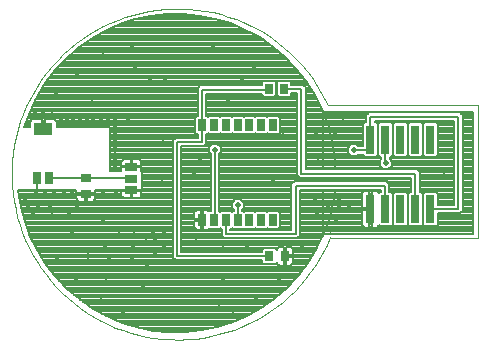
<source format=gtl>
G75*
G70*
%OFA0B0*%
%FSLAX24Y24*%
%IPPOS*%
%LPD*%
%AMOC8*
5,1,8,0,0,1.08239X$1,22.5*
%
%ADD10C,0.0010*%
%ADD11R,0.0394X0.0250*%
%ADD12R,0.0250X0.0394*%
%ADD13R,0.0276X0.0354*%
%ADD14R,0.0299X0.0945*%
%ADD15R,0.0256X0.0394*%
%ADD16R,0.0630X0.0394*%
%ADD17R,0.0354X0.0276*%
%ADD18C,0.0080*%
%ADD19C,0.0060*%
%ADD20C,0.0180*%
%ADD21C,0.0200*%
D10*
X010720Y003509D02*
X010611Y003263D01*
X010490Y003022D01*
X010357Y002788D01*
X010213Y002561D01*
X010059Y002341D01*
X009893Y002128D01*
X009718Y001924D01*
X009533Y001729D01*
X009338Y001543D01*
X009135Y001367D01*
X008924Y001201D01*
X008704Y001045D01*
X008477Y000901D01*
X008244Y000767D01*
X008004Y000645D01*
X007759Y000535D01*
X007508Y000437D01*
X007253Y000351D01*
X006994Y000278D01*
X006732Y000218D01*
X006467Y000170D01*
X006201Y000135D01*
X005932Y000114D01*
X005663Y000105D01*
X005394Y000110D01*
X005126Y000127D01*
X004859Y000158D01*
X004593Y000202D01*
X004330Y000259D01*
X004070Y000328D01*
X003814Y000410D01*
X003562Y000504D01*
X003315Y000611D01*
X003074Y000729D01*
X002838Y000859D01*
X002609Y001001D01*
X002388Y001153D01*
X002174Y001316D01*
X001968Y001489D01*
X001771Y001672D01*
X001583Y001865D01*
X001404Y002066D01*
X001236Y002276D01*
X001078Y002494D01*
X000931Y002719D01*
X000795Y002951D01*
X000670Y003190D01*
X000558Y003434D01*
X000457Y003683D01*
X000369Y003938D01*
X000293Y004196D01*
X000230Y004457D01*
X000179Y004721D01*
X000142Y004988D01*
X000117Y005256D01*
X000106Y005524D01*
X000108Y005793D01*
X000122Y006062D01*
X000150Y006330D01*
X000191Y006596D01*
X000245Y006859D01*
X000312Y007120D01*
X000391Y007377D01*
X000483Y007630D01*
X000587Y007878D01*
X000703Y008121D01*
X000830Y008358D01*
X000969Y008588D01*
X001119Y008811D01*
X001280Y009027D01*
X001451Y009235D01*
X001632Y009434D01*
X001823Y009624D01*
X002022Y009804D01*
X002230Y009975D01*
X002446Y010135D01*
X002670Y010284D01*
X002901Y010423D01*
X003138Y010550D01*
X003381Y010665D01*
X003629Y010768D01*
X003882Y010859D01*
X004140Y010938D01*
X004400Y011004D01*
X004664Y011057D01*
X004930Y011097D01*
X005198Y011125D01*
X005466Y011139D01*
X005735Y011140D01*
X006004Y011128D01*
X006272Y011103D01*
X006538Y011065D01*
X006802Y011013D01*
X007064Y010950D01*
X007322Y010873D01*
X007576Y010784D01*
X007825Y010683D01*
X008069Y010569D01*
X008307Y010444D01*
X008539Y010308D01*
X008764Y010160D01*
X008981Y010002D01*
X009190Y009833D01*
X009391Y009654D01*
X009583Y009465D01*
X009766Y009268D01*
X009939Y009062D01*
X010101Y008847D01*
X010253Y008625D01*
X010394Y008396D01*
X010523Y008160D01*
X010641Y007918D01*
X010637Y007919D02*
X015635Y007919D01*
X015635Y003506D01*
X010718Y003506D01*
D11*
X004089Y005079D03*
X004089Y005473D03*
X004089Y005866D03*
D12*
X006451Y007244D03*
X006845Y007244D03*
X007238Y007244D03*
X007632Y007244D03*
X008026Y007244D03*
X008419Y007244D03*
X008813Y007244D03*
X008813Y004095D03*
X008419Y004095D03*
X008026Y004095D03*
X007632Y004095D03*
X007238Y004095D03*
X006845Y004095D03*
X006451Y004095D03*
D13*
X008692Y002886D03*
X009203Y002886D03*
X009190Y008461D03*
X008679Y008461D03*
D14*
X012062Y006772D03*
X012562Y006772D03*
X013062Y006772D03*
X013562Y006772D03*
X014062Y006772D03*
X014062Y004449D03*
X013562Y004449D03*
X013062Y004449D03*
X012562Y004449D03*
X012062Y004449D03*
D15*
X001333Y005474D03*
X000939Y005474D03*
D16*
X001156Y007116D03*
D17*
X002572Y005479D03*
X002572Y004967D03*
D18*
X002093Y001674D02*
X009091Y001674D01*
X009001Y001596D02*
X002185Y001596D01*
X002277Y001517D02*
X008910Y001517D01*
X008865Y001478D02*
X008426Y001168D01*
X007957Y000905D01*
X007464Y000690D01*
X006952Y000526D01*
X006426Y000414D01*
X005891Y000357D01*
X005353Y000354D01*
X004818Y000405D01*
X004291Y000510D01*
X003777Y000669D01*
X003281Y000878D01*
X002810Y001137D01*
X002367Y001441D01*
X001957Y001790D01*
X001584Y002177D01*
X001253Y002601D01*
X000966Y003056D01*
X000727Y003538D01*
X000538Y004041D01*
X000401Y004561D01*
X000317Y005092D01*
X002254Y005092D01*
X002254Y004996D01*
X002543Y004996D01*
X002543Y004939D01*
X002254Y004939D01*
X002254Y004811D01*
X002264Y004776D01*
X002282Y004744D01*
X002308Y004718D01*
X002340Y004699D01*
X002376Y004690D01*
X002543Y004690D01*
X002543Y004938D01*
X002600Y004938D01*
X002600Y004690D01*
X002767Y004690D01*
X002803Y004699D01*
X002835Y004718D01*
X002861Y004744D01*
X002879Y004776D01*
X002889Y004811D01*
X002889Y004939D01*
X002600Y004939D01*
X002600Y004996D01*
X002889Y004996D01*
X002889Y005092D01*
X004066Y005092D01*
X004066Y005057D01*
X003752Y005057D01*
X003752Y004936D01*
X003761Y004900D01*
X003780Y004868D01*
X003806Y004842D01*
X003838Y004824D01*
X003873Y004814D01*
X004066Y004814D01*
X004066Y005057D01*
X004111Y005057D01*
X004111Y005092D01*
X004431Y005092D01*
X004431Y005719D01*
X004424Y005719D01*
X004425Y005723D01*
X004425Y005844D01*
X004111Y005844D01*
X004111Y005889D01*
X004066Y005889D01*
X004066Y005844D01*
X003752Y005844D01*
X003752Y005723D01*
X003753Y005719D01*
X003383Y005719D01*
X003383Y007198D01*
X001611Y007198D01*
X001611Y007331D01*
X001601Y007367D01*
X001583Y007399D01*
X001557Y007425D01*
X001525Y007443D01*
X001489Y007453D01*
X001196Y007453D01*
X001196Y007198D01*
X001116Y007198D01*
X001116Y007453D01*
X000822Y007453D01*
X000787Y007443D01*
X000755Y007425D01*
X000729Y007399D01*
X000710Y007367D01*
X000701Y007331D01*
X000701Y007198D01*
X000517Y007198D01*
X000699Y007704D01*
X000932Y008189D01*
X001212Y008648D01*
X001538Y009076D01*
X001905Y009469D01*
X002310Y009822D01*
X002749Y010133D01*
X003217Y010398D01*
X003710Y010614D01*
X004222Y010779D01*
X004748Y010892D01*
X005282Y010950D01*
X005820Y010954D01*
X006355Y010904D01*
X006883Y010800D01*
X007397Y010643D01*
X007893Y010434D01*
X008365Y010177D01*
X008809Y009873D01*
X009219Y009526D01*
X009593Y009139D01*
X009925Y008716D01*
X010213Y008261D01*
X010453Y007780D01*
X010643Y007277D01*
X010782Y006757D01*
X010867Y006226D01*
X010893Y005777D01*
X009901Y005777D01*
X009901Y008519D01*
X009819Y008601D01*
X009428Y008601D01*
X009428Y008680D01*
X009370Y008738D01*
X009011Y008738D01*
X008953Y008680D01*
X008953Y008243D01*
X009011Y008184D01*
X009370Y008184D01*
X009428Y008243D01*
X009428Y008321D01*
X009621Y008321D01*
X009621Y005579D01*
X009703Y005497D01*
X010889Y005497D01*
X010884Y005375D01*
X009510Y005375D01*
X009428Y005293D01*
X009428Y003769D01*
X007378Y003769D01*
X007378Y003798D01*
X007405Y003798D01*
X007435Y003828D01*
X007465Y003798D01*
X007798Y003798D01*
X007829Y003828D01*
X007859Y003798D01*
X008192Y003798D01*
X008222Y003828D01*
X008253Y003798D01*
X008586Y003798D01*
X008616Y003828D01*
X008647Y003798D01*
X008979Y003798D01*
X009038Y003857D01*
X009038Y004333D01*
X008979Y004392D01*
X008647Y004392D01*
X008616Y004361D01*
X008586Y004392D01*
X008253Y004392D01*
X008222Y004361D01*
X008192Y004392D01*
X007859Y004392D01*
X007829Y004361D01*
X007798Y004392D01*
X007776Y004392D01*
X007776Y004438D01*
X007836Y004498D01*
X007836Y004664D01*
X007718Y004781D01*
X007553Y004781D01*
X007436Y004664D01*
X007436Y004498D01*
X007496Y004438D01*
X007496Y004392D01*
X007465Y004392D01*
X007435Y004361D01*
X007405Y004392D01*
X007072Y004392D01*
X007041Y004361D01*
X007013Y004390D01*
X007013Y006283D01*
X007073Y006343D01*
X007073Y006509D01*
X006955Y006626D01*
X006790Y006626D01*
X006673Y006509D01*
X006673Y006343D01*
X006733Y006283D01*
X006733Y004392D01*
X006678Y004392D01*
X006676Y004390D01*
X006662Y004404D01*
X006630Y004422D01*
X006594Y004432D01*
X006473Y004432D01*
X006473Y004117D01*
X006428Y004117D01*
X006428Y004072D01*
X006473Y004072D01*
X006473Y003758D01*
X006594Y003758D01*
X006630Y003768D01*
X006662Y003786D01*
X006676Y003800D01*
X006678Y003798D01*
X007011Y003798D01*
X007041Y003828D01*
X007072Y003798D01*
X007098Y003798D01*
X007098Y003571D01*
X007180Y003489D01*
X009626Y003489D01*
X009708Y003571D01*
X009708Y005095D01*
X010866Y005095D01*
X010796Y004620D01*
X010665Y004099D01*
X010481Y003593D01*
X010247Y003109D01*
X009966Y002651D01*
X009639Y002223D01*
X009271Y001831D01*
X008865Y001478D01*
X008809Y001439D02*
X002371Y001439D01*
X002485Y001360D02*
X008698Y001360D01*
X008587Y001282D02*
X002599Y001282D01*
X002713Y001203D02*
X008475Y001203D01*
X008348Y001125D02*
X002831Y001125D01*
X002974Y001046D02*
X008209Y001046D01*
X008070Y000968D02*
X003118Y000968D01*
X003261Y000889D02*
X007922Y000889D01*
X007742Y000811D02*
X003440Y000811D01*
X003626Y000732D02*
X007562Y000732D01*
X007353Y000654D02*
X003825Y000654D01*
X004080Y000575D02*
X007107Y000575D01*
X006816Y000497D02*
X004359Y000497D01*
X004752Y000418D02*
X006445Y000418D01*
X009181Y001753D02*
X002000Y001753D01*
X001917Y001831D02*
X009271Y001831D01*
X009345Y001910D02*
X001841Y001910D01*
X001766Y001988D02*
X009419Y001988D01*
X009493Y002067D02*
X001691Y002067D01*
X001615Y002145D02*
X009566Y002145D01*
X009640Y002224D02*
X001548Y002224D01*
X001487Y002302D02*
X009700Y002302D01*
X009760Y002381D02*
X001425Y002381D01*
X001364Y002459D02*
X009820Y002459D01*
X009880Y002538D02*
X001303Y002538D01*
X001243Y002616D02*
X008505Y002616D01*
X008512Y002609D02*
X008871Y002609D01*
X008929Y002668D01*
X008929Y002677D01*
X008935Y002655D01*
X008954Y002623D01*
X008980Y002597D01*
X009012Y002579D01*
X009047Y002569D01*
X009175Y002569D01*
X009175Y002857D01*
X009232Y002857D01*
X009232Y002569D01*
X009360Y002569D01*
X009395Y002579D01*
X009427Y002597D01*
X009453Y002623D01*
X009472Y002655D01*
X009481Y002691D01*
X009481Y002857D01*
X009232Y002857D01*
X009232Y002915D01*
X009175Y002915D01*
X009175Y003203D01*
X009047Y003203D01*
X009012Y003194D01*
X008980Y003176D01*
X008954Y003149D01*
X008935Y003118D01*
X008929Y003096D01*
X008929Y003105D01*
X008871Y003163D01*
X008512Y003163D01*
X008454Y003105D01*
X008454Y003026D01*
X005762Y003026D01*
X005762Y006552D01*
X006509Y006552D01*
X006591Y006634D01*
X006591Y006948D01*
X006617Y006948D01*
X006648Y006978D01*
X006678Y006948D01*
X007011Y006948D01*
X007041Y006978D01*
X007072Y006948D01*
X007405Y006948D01*
X007435Y006978D01*
X007465Y006948D01*
X007798Y006948D01*
X007829Y006978D01*
X007859Y006948D01*
X008192Y006948D01*
X008222Y006978D01*
X008253Y006948D01*
X008586Y006948D01*
X008616Y006978D01*
X008647Y006948D01*
X008979Y006948D01*
X009038Y007006D01*
X009038Y007483D01*
X008979Y007541D01*
X008647Y007541D01*
X008616Y007511D01*
X008586Y007541D01*
X008253Y007541D01*
X008222Y007511D01*
X008192Y007541D01*
X007859Y007541D01*
X007829Y007511D01*
X007798Y007541D01*
X007465Y007541D01*
X007435Y007511D01*
X007405Y007541D01*
X007072Y007541D01*
X007041Y007511D01*
X007011Y007541D01*
X006678Y007541D01*
X006648Y007511D01*
X006617Y007541D01*
X006590Y007541D01*
X006590Y008298D01*
X008441Y008298D01*
X008441Y008243D01*
X008499Y008184D01*
X008858Y008184D01*
X008916Y008243D01*
X008916Y008680D01*
X008858Y008738D01*
X008499Y008738D01*
X008441Y008680D01*
X008441Y008578D01*
X006392Y008578D01*
X006310Y008496D01*
X006310Y007541D01*
X006284Y007541D01*
X006226Y007483D01*
X006226Y007006D01*
X006284Y006948D01*
X006311Y006948D01*
X006311Y006832D01*
X005564Y006832D01*
X005482Y006750D01*
X005482Y002828D01*
X005564Y002746D01*
X008454Y002746D01*
X008454Y002668D01*
X008512Y002609D01*
X008454Y002695D02*
X001194Y002695D01*
X001144Y002773D02*
X005537Y002773D01*
X005482Y002852D02*
X001095Y002852D01*
X001046Y002930D02*
X005482Y002930D01*
X005482Y003009D02*
X000996Y003009D01*
X000951Y003087D02*
X005482Y003087D01*
X005482Y003166D02*
X000912Y003166D01*
X000873Y003244D02*
X005482Y003244D01*
X005482Y003323D02*
X000834Y003323D01*
X000795Y003401D02*
X005482Y003401D01*
X005482Y003480D02*
X000756Y003480D01*
X000719Y003558D02*
X005482Y003558D01*
X005482Y003637D02*
X000690Y003637D01*
X000660Y003715D02*
X005482Y003715D01*
X005482Y003794D02*
X000631Y003794D01*
X000601Y003872D02*
X005482Y003872D01*
X005482Y003951D02*
X000572Y003951D01*
X000542Y004029D02*
X005482Y004029D01*
X005482Y004108D02*
X000520Y004108D01*
X000499Y004186D02*
X005482Y004186D01*
X005482Y004265D02*
X000479Y004265D01*
X000458Y004343D02*
X005482Y004343D01*
X005482Y004422D02*
X000437Y004422D01*
X000417Y004500D02*
X005482Y004500D01*
X005482Y004579D02*
X000398Y004579D01*
X000385Y004657D02*
X005482Y004657D01*
X005482Y004736D02*
X002853Y004736D01*
X002889Y004814D02*
X003872Y004814D01*
X003765Y004893D02*
X002889Y004893D01*
X002889Y005050D02*
X003752Y005050D01*
X003752Y004971D02*
X002600Y004971D01*
X002543Y004971D02*
X000336Y004971D01*
X000348Y004893D02*
X002254Y004893D01*
X002254Y004814D02*
X000361Y004814D01*
X000373Y004736D02*
X002290Y004736D01*
X002543Y004736D02*
X002600Y004736D01*
X002600Y004814D02*
X002543Y004814D01*
X002543Y004893D02*
X002600Y004893D01*
X002254Y005050D02*
X000323Y005050D01*
X001333Y005474D02*
X002614Y005474D01*
X004089Y005474D01*
X004089Y005473D01*
X004431Y005442D02*
X005482Y005442D01*
X005482Y005364D02*
X004431Y005364D01*
X004431Y005285D02*
X005482Y005285D01*
X005482Y005207D02*
X004431Y005207D01*
X004431Y005128D02*
X005482Y005128D01*
X005482Y005050D02*
X004425Y005050D01*
X004425Y005057D02*
X004111Y005057D01*
X004111Y004814D01*
X004304Y004814D01*
X004339Y004824D01*
X004371Y004842D01*
X004397Y004868D01*
X004416Y004900D01*
X004425Y004936D01*
X004425Y005057D01*
X004425Y004971D02*
X005482Y004971D01*
X005482Y004893D02*
X004412Y004893D01*
X004305Y004814D02*
X005482Y004814D01*
X005762Y004814D02*
X006733Y004814D01*
X006733Y004736D02*
X005762Y004736D01*
X005762Y004657D02*
X006733Y004657D01*
X006733Y004579D02*
X005762Y004579D01*
X005762Y004500D02*
X006733Y004500D01*
X006733Y004422D02*
X006630Y004422D01*
X006473Y004422D02*
X006428Y004422D01*
X006428Y004432D02*
X006307Y004432D01*
X006272Y004422D01*
X006240Y004404D01*
X006214Y004378D01*
X006195Y004346D01*
X006186Y004310D01*
X006186Y004117D01*
X006428Y004117D01*
X006428Y004432D01*
X006428Y004343D02*
X006473Y004343D01*
X006473Y004265D02*
X006428Y004265D01*
X006428Y004186D02*
X006473Y004186D01*
X006428Y004108D02*
X005762Y004108D01*
X005762Y004186D02*
X006186Y004186D01*
X006186Y004265D02*
X005762Y004265D01*
X005762Y004343D02*
X006195Y004343D01*
X006271Y004422D02*
X005762Y004422D01*
X006186Y004072D02*
X006186Y003880D01*
X006195Y003844D01*
X006214Y003812D01*
X006240Y003786D01*
X006272Y003768D01*
X006307Y003758D01*
X006428Y003758D01*
X006428Y004072D01*
X006186Y004072D01*
X006186Y004029D02*
X005762Y004029D01*
X005762Y003951D02*
X006186Y003951D01*
X006188Y003872D02*
X005762Y003872D01*
X005762Y003794D02*
X006232Y003794D01*
X006428Y003794D02*
X006473Y003794D01*
X006473Y003872D02*
X006428Y003872D01*
X006428Y003951D02*
X006473Y003951D01*
X006473Y004029D02*
X006428Y004029D01*
X006670Y003794D02*
X007098Y003794D01*
X007098Y003715D02*
X005762Y003715D01*
X005762Y003637D02*
X007098Y003637D01*
X007111Y003558D02*
X005762Y003558D01*
X005762Y003480D02*
X010426Y003480D01*
X010389Y003401D02*
X005762Y003401D01*
X005762Y003323D02*
X010351Y003323D01*
X010313Y003244D02*
X005762Y003244D01*
X005762Y003166D02*
X008970Y003166D01*
X009175Y003166D02*
X009232Y003166D01*
X009232Y003203D02*
X009232Y002915D01*
X009481Y002915D01*
X009481Y003082D01*
X009472Y003118D01*
X009453Y003149D01*
X009427Y003176D01*
X009395Y003194D01*
X009360Y003203D01*
X009232Y003203D01*
X009232Y003087D02*
X009175Y003087D01*
X009175Y003009D02*
X009232Y003009D01*
X009232Y002930D02*
X009175Y002930D01*
X009175Y002852D02*
X009232Y002852D01*
X009232Y002773D02*
X009175Y002773D01*
X009175Y002695D02*
X009232Y002695D01*
X009232Y002616D02*
X009175Y002616D01*
X008961Y002616D02*
X008878Y002616D01*
X008692Y002886D02*
X005622Y002886D01*
X005622Y006692D01*
X006451Y006692D01*
X006451Y007244D01*
X006450Y007244D01*
X006450Y008438D01*
X008679Y008438D01*
X008679Y008461D01*
X008916Y008425D02*
X008953Y008425D01*
X008953Y008347D02*
X008916Y008347D01*
X008916Y008268D02*
X008953Y008268D01*
X009006Y008190D02*
X008864Y008190D01*
X008916Y008504D02*
X008953Y008504D01*
X008953Y008582D02*
X008916Y008582D01*
X008916Y008661D02*
X008953Y008661D01*
X009190Y008461D02*
X009761Y008461D01*
X009761Y005637D01*
X013562Y005637D01*
X013562Y004449D01*
X013812Y004422D02*
X013812Y004422D01*
X013812Y004500D02*
X013812Y004500D01*
X013812Y004579D02*
X013812Y004579D01*
X013812Y004657D02*
X013812Y004657D01*
X013812Y004736D02*
X013812Y004736D01*
X013812Y004814D02*
X013812Y004814D01*
X013812Y004893D02*
X013812Y004893D01*
X013812Y004963D02*
X013812Y003935D01*
X013871Y003877D01*
X014253Y003877D01*
X014312Y003935D01*
X014312Y004309D01*
X015050Y004309D01*
X015132Y004391D01*
X015132Y007596D01*
X015050Y007678D01*
X012004Y007678D01*
X011922Y007596D01*
X011922Y007345D01*
X011871Y007345D01*
X011812Y007286D01*
X011812Y006547D01*
X011644Y006547D01*
X011584Y006607D01*
X011419Y006607D01*
X011302Y006490D01*
X011302Y006324D01*
X011419Y006207D01*
X011584Y006207D01*
X011644Y006267D01*
X011812Y006267D01*
X011812Y006258D01*
X011871Y006200D01*
X012253Y006200D01*
X012312Y006258D01*
X012371Y006200D01*
X012422Y006200D01*
X012422Y006123D01*
X012363Y006064D01*
X012363Y005898D01*
X012480Y005781D01*
X012645Y005781D01*
X012763Y005898D01*
X012763Y006064D01*
X012702Y006125D01*
X012702Y006200D01*
X012753Y006200D01*
X012812Y006258D01*
X012871Y006200D01*
X013253Y006200D01*
X013312Y006258D01*
X013371Y006200D01*
X013753Y006200D01*
X013812Y006258D01*
X013871Y006200D01*
X014253Y006200D01*
X014312Y006258D01*
X014312Y007286D01*
X014253Y007345D01*
X013871Y007345D01*
X013812Y007286D01*
X013812Y006258D01*
X013812Y007286D01*
X013753Y007345D01*
X013371Y007345D01*
X013312Y007286D01*
X013312Y006258D01*
X013312Y007286D01*
X013253Y007345D01*
X012871Y007345D01*
X012812Y007286D01*
X012812Y006258D01*
X012812Y007286D01*
X012753Y007345D01*
X012371Y007345D01*
X012312Y007286D01*
X012312Y006258D01*
X012312Y007286D01*
X012253Y007345D01*
X012202Y007345D01*
X012202Y007398D01*
X014852Y007398D01*
X014852Y004589D01*
X014312Y004589D01*
X014312Y004963D01*
X014253Y005022D01*
X013871Y005022D01*
X013812Y004963D01*
X013753Y005022D01*
X013702Y005022D01*
X013702Y005695D01*
X013620Y005777D01*
X010494Y005777D01*
X010494Y007704D01*
X015481Y007704D01*
X015481Y003631D01*
X010749Y003631D01*
X010719Y003644D01*
X010690Y003631D01*
X010666Y003631D01*
X010494Y003631D01*
X010494Y005095D01*
X012402Y005095D01*
X012402Y005022D01*
X012371Y005022D01*
X012336Y004987D01*
X012324Y005008D01*
X012298Y005034D01*
X012266Y005052D01*
X012230Y005062D01*
X012097Y005062D01*
X012097Y004484D01*
X012027Y004484D01*
X012027Y004415D01*
X011772Y004415D01*
X011772Y003958D01*
X011782Y003923D01*
X011800Y003891D01*
X011826Y003865D01*
X011858Y003846D01*
X011894Y003837D01*
X012027Y003837D01*
X012027Y004415D01*
X012097Y004415D01*
X012097Y003837D01*
X012230Y003837D01*
X012266Y003846D01*
X012298Y003865D01*
X012324Y003891D01*
X012336Y003912D01*
X012371Y003877D01*
X012753Y003877D01*
X012812Y003935D01*
X012871Y003877D01*
X013253Y003877D01*
X013312Y003935D01*
X013371Y003877D01*
X013753Y003877D01*
X013812Y003935D01*
X013812Y004963D01*
X013820Y004971D02*
X013803Y004971D01*
X013702Y005050D02*
X014852Y005050D01*
X014852Y005128D02*
X013702Y005128D01*
X013702Y005207D02*
X014852Y005207D01*
X014852Y005285D02*
X013702Y005285D01*
X013702Y005364D02*
X014852Y005364D01*
X014852Y005442D02*
X013702Y005442D01*
X013702Y005521D02*
X014852Y005521D01*
X014852Y005599D02*
X013702Y005599D01*
X013702Y005678D02*
X014852Y005678D01*
X014852Y005756D02*
X013641Y005756D01*
X013422Y005497D02*
X013422Y005022D01*
X013371Y005022D01*
X013312Y004963D01*
X013312Y003935D01*
X013312Y004963D01*
X013253Y005022D01*
X012871Y005022D01*
X012812Y004963D01*
X012812Y003935D01*
X012812Y004963D01*
X012753Y005022D01*
X012682Y005022D01*
X012682Y005293D01*
X012600Y005375D01*
X010494Y005375D01*
X010494Y005497D01*
X013422Y005497D01*
X013422Y005442D02*
X010494Y005442D01*
X010887Y005442D02*
X007013Y005442D01*
X007013Y005364D02*
X009498Y005364D01*
X009428Y005285D02*
X007013Y005285D01*
X007013Y005207D02*
X009428Y005207D01*
X009428Y005128D02*
X007013Y005128D01*
X007013Y005050D02*
X009428Y005050D01*
X009428Y004971D02*
X007013Y004971D01*
X007013Y004893D02*
X009428Y004893D01*
X009428Y004814D02*
X007013Y004814D01*
X007013Y004736D02*
X007507Y004736D01*
X007436Y004657D02*
X007013Y004657D01*
X007013Y004579D02*
X007436Y004579D01*
X007436Y004500D02*
X007013Y004500D01*
X007013Y004422D02*
X007496Y004422D01*
X007636Y004581D02*
X007636Y004095D01*
X007632Y004095D01*
X007776Y004422D02*
X009428Y004422D01*
X009428Y004500D02*
X007836Y004500D01*
X007836Y004579D02*
X009428Y004579D01*
X009428Y004657D02*
X007836Y004657D01*
X007764Y004736D02*
X009428Y004736D01*
X009708Y004736D02*
X010813Y004736D01*
X010824Y004814D02*
X009708Y004814D01*
X009708Y004893D02*
X010836Y004893D01*
X010847Y004971D02*
X009708Y004971D01*
X009708Y005050D02*
X010859Y005050D01*
X010494Y005050D02*
X011854Y005050D01*
X011858Y005052D02*
X011826Y005034D01*
X011800Y005008D01*
X011782Y004976D01*
X011772Y004940D01*
X011772Y004484D01*
X012027Y004484D01*
X012027Y005062D01*
X011894Y005062D01*
X011858Y005052D01*
X011781Y004971D02*
X010494Y004971D01*
X010494Y004893D02*
X011772Y004893D01*
X011772Y004814D02*
X010494Y004814D01*
X010494Y004736D02*
X011772Y004736D01*
X011772Y004657D02*
X010494Y004657D01*
X010494Y004579D02*
X011772Y004579D01*
X011772Y004500D02*
X010494Y004500D01*
X010494Y004422D02*
X012027Y004422D01*
X012027Y004500D02*
X012097Y004500D01*
X012097Y004579D02*
X012027Y004579D01*
X012027Y004657D02*
X012097Y004657D01*
X012097Y004736D02*
X012027Y004736D01*
X012027Y004814D02*
X012097Y004814D01*
X012097Y004893D02*
X012027Y004893D01*
X012027Y004971D02*
X012097Y004971D01*
X012097Y005050D02*
X012027Y005050D01*
X012270Y005050D02*
X012402Y005050D01*
X012542Y005235D02*
X009568Y005235D01*
X009568Y003629D01*
X007238Y003629D01*
X007238Y004095D01*
X006873Y004095D02*
X006873Y006426D01*
X007035Y006306D02*
X009621Y006306D01*
X009621Y006384D02*
X007073Y006384D01*
X007073Y006463D02*
X009621Y006463D01*
X009621Y006541D02*
X007040Y006541D01*
X006962Y006620D02*
X009621Y006620D01*
X009621Y006698D02*
X006591Y006698D01*
X006591Y006777D02*
X009621Y006777D01*
X009621Y006855D02*
X006591Y006855D01*
X006591Y006934D02*
X009621Y006934D01*
X009621Y007012D02*
X009038Y007012D01*
X009038Y007091D02*
X009621Y007091D01*
X009621Y007169D02*
X009038Y007169D01*
X009038Y007248D02*
X009621Y007248D01*
X009621Y007326D02*
X009038Y007326D01*
X009038Y007405D02*
X009621Y007405D01*
X009621Y007483D02*
X009037Y007483D01*
X009621Y007562D02*
X006590Y007562D01*
X006590Y007640D02*
X009621Y007640D01*
X009621Y007719D02*
X006590Y007719D01*
X006590Y007797D02*
X009621Y007797D01*
X009621Y007876D02*
X006590Y007876D01*
X006590Y007954D02*
X009621Y007954D01*
X009621Y008033D02*
X006590Y008033D01*
X006590Y008111D02*
X009621Y008111D01*
X009621Y008190D02*
X009375Y008190D01*
X009428Y008268D02*
X009621Y008268D01*
X009901Y008268D02*
X010208Y008268D01*
X010248Y008190D02*
X009901Y008190D01*
X009901Y008111D02*
X010288Y008111D01*
X010327Y008033D02*
X009901Y008033D01*
X009901Y007954D02*
X010366Y007954D01*
X010405Y007876D02*
X009901Y007876D01*
X009901Y007797D02*
X010444Y007797D01*
X010476Y007719D02*
X009901Y007719D01*
X009901Y007640D02*
X010506Y007640D01*
X010494Y007640D02*
X011966Y007640D01*
X011922Y007562D02*
X010494Y007562D01*
X010536Y007562D02*
X009901Y007562D01*
X009901Y007483D02*
X010565Y007483D01*
X010494Y007483D02*
X011922Y007483D01*
X011922Y007405D02*
X010494Y007405D01*
X010494Y007326D02*
X011853Y007326D01*
X011812Y007248D02*
X010494Y007248D01*
X010494Y007169D02*
X011812Y007169D01*
X011812Y007091D02*
X010494Y007091D01*
X010494Y007012D02*
X011812Y007012D01*
X011812Y006934D02*
X010494Y006934D01*
X010494Y006855D02*
X011812Y006855D01*
X011812Y006777D02*
X010494Y006777D01*
X010494Y006698D02*
X011812Y006698D01*
X011812Y006620D02*
X010494Y006620D01*
X010494Y006541D02*
X011353Y006541D01*
X011302Y006463D02*
X010494Y006463D01*
X010494Y006384D02*
X011302Y006384D01*
X011320Y006306D02*
X010494Y006306D01*
X010494Y006227D02*
X011399Y006227D01*
X011604Y006227D02*
X011843Y006227D01*
X012062Y006407D02*
X012062Y006772D01*
X012062Y007538D01*
X014992Y007538D01*
X014992Y004449D01*
X014062Y004449D01*
X013812Y004343D02*
X013812Y004343D01*
X013812Y004265D02*
X013812Y004265D01*
X013812Y004186D02*
X013812Y004186D01*
X013812Y004108D02*
X013812Y004108D01*
X013812Y004029D02*
X013812Y004029D01*
X013812Y003951D02*
X013812Y003951D01*
X014312Y003951D02*
X015481Y003951D01*
X015481Y004029D02*
X014312Y004029D01*
X014312Y004108D02*
X015481Y004108D01*
X015481Y004186D02*
X014312Y004186D01*
X014312Y004265D02*
X015481Y004265D01*
X015481Y004343D02*
X015084Y004343D01*
X015132Y004422D02*
X015481Y004422D01*
X015481Y004500D02*
X015132Y004500D01*
X015132Y004579D02*
X015481Y004579D01*
X015481Y004657D02*
X015132Y004657D01*
X015132Y004736D02*
X015481Y004736D01*
X015481Y004814D02*
X015132Y004814D01*
X015132Y004893D02*
X015481Y004893D01*
X015481Y004971D02*
X015132Y004971D01*
X015132Y005050D02*
X015481Y005050D01*
X015481Y005128D02*
X015132Y005128D01*
X015132Y005207D02*
X015481Y005207D01*
X015481Y005285D02*
X015132Y005285D01*
X015132Y005364D02*
X015481Y005364D01*
X015481Y005442D02*
X015132Y005442D01*
X015132Y005521D02*
X015481Y005521D01*
X015481Y005599D02*
X015132Y005599D01*
X015132Y005678D02*
X015481Y005678D01*
X015481Y005756D02*
X015132Y005756D01*
X015132Y005835D02*
X015481Y005835D01*
X015481Y005913D02*
X015132Y005913D01*
X015132Y005992D02*
X015481Y005992D01*
X015481Y006070D02*
X015132Y006070D01*
X015132Y006149D02*
X015481Y006149D01*
X015481Y006227D02*
X015132Y006227D01*
X015132Y006306D02*
X015481Y006306D01*
X015481Y006384D02*
X015132Y006384D01*
X015132Y006463D02*
X015481Y006463D01*
X015481Y006541D02*
X015132Y006541D01*
X015132Y006620D02*
X015481Y006620D01*
X015481Y006698D02*
X015132Y006698D01*
X015132Y006777D02*
X015481Y006777D01*
X015481Y006855D02*
X015132Y006855D01*
X015132Y006934D02*
X015481Y006934D01*
X015481Y007012D02*
X015132Y007012D01*
X015132Y007091D02*
X015481Y007091D01*
X015481Y007169D02*
X015132Y007169D01*
X015132Y007248D02*
X015481Y007248D01*
X015481Y007326D02*
X015132Y007326D01*
X015132Y007405D02*
X015481Y007405D01*
X015481Y007483D02*
X015132Y007483D01*
X015132Y007562D02*
X015481Y007562D01*
X015481Y007640D02*
X015088Y007640D01*
X014852Y007326D02*
X014271Y007326D01*
X014312Y007248D02*
X014852Y007248D01*
X014852Y007169D02*
X014312Y007169D01*
X014312Y007091D02*
X014852Y007091D01*
X014852Y007012D02*
X014312Y007012D01*
X014312Y006934D02*
X014852Y006934D01*
X014852Y006855D02*
X014312Y006855D01*
X014312Y006777D02*
X014852Y006777D01*
X014852Y006698D02*
X014312Y006698D01*
X014312Y006620D02*
X014852Y006620D01*
X014852Y006541D02*
X014312Y006541D01*
X014312Y006463D02*
X014852Y006463D01*
X014852Y006384D02*
X014312Y006384D01*
X014312Y006306D02*
X014852Y006306D01*
X014852Y006227D02*
X014281Y006227D01*
X013843Y006227D02*
X013781Y006227D01*
X013812Y006306D02*
X013812Y006306D01*
X013812Y006384D02*
X013812Y006384D01*
X013812Y006463D02*
X013812Y006463D01*
X013812Y006541D02*
X013812Y006541D01*
X013812Y006620D02*
X013812Y006620D01*
X013812Y006698D02*
X013812Y006698D01*
X013812Y006777D02*
X013812Y006777D01*
X013812Y006855D02*
X013812Y006855D01*
X013812Y006934D02*
X013812Y006934D01*
X013812Y007012D02*
X013812Y007012D01*
X013812Y007091D02*
X013812Y007091D01*
X013812Y007169D02*
X013812Y007169D01*
X013812Y007248D02*
X013812Y007248D01*
X013771Y007326D02*
X013853Y007326D01*
X013353Y007326D02*
X013271Y007326D01*
X013312Y007248D02*
X013312Y007248D01*
X013312Y007169D02*
X013312Y007169D01*
X013312Y007091D02*
X013312Y007091D01*
X013312Y007012D02*
X013312Y007012D01*
X013312Y006934D02*
X013312Y006934D01*
X013312Y006855D02*
X013312Y006855D01*
X013312Y006777D02*
X013312Y006777D01*
X013312Y006698D02*
X013312Y006698D01*
X013312Y006620D02*
X013312Y006620D01*
X013312Y006541D02*
X013312Y006541D01*
X013312Y006463D02*
X013312Y006463D01*
X013312Y006384D02*
X013312Y006384D01*
X013312Y006306D02*
X013312Y006306D01*
X013281Y006227D02*
X013343Y006227D01*
X012843Y006227D02*
X012781Y006227D01*
X012812Y006306D02*
X012812Y006306D01*
X012812Y006384D02*
X012812Y006384D01*
X012812Y006463D02*
X012812Y006463D01*
X012812Y006541D02*
X012812Y006541D01*
X012812Y006620D02*
X012812Y006620D01*
X012812Y006698D02*
X012812Y006698D01*
X012812Y006777D02*
X012812Y006777D01*
X012812Y006855D02*
X012812Y006855D01*
X012812Y006934D02*
X012812Y006934D01*
X012812Y007012D02*
X012812Y007012D01*
X012812Y007091D02*
X012812Y007091D01*
X012812Y007169D02*
X012812Y007169D01*
X012812Y007248D02*
X012812Y007248D01*
X012771Y007326D02*
X012853Y007326D01*
X012353Y007326D02*
X012271Y007326D01*
X012312Y007248D02*
X012312Y007248D01*
X012312Y007169D02*
X012312Y007169D01*
X012312Y007091D02*
X012312Y007091D01*
X012312Y007012D02*
X012312Y007012D01*
X012312Y006934D02*
X012312Y006934D01*
X012312Y006855D02*
X012312Y006855D01*
X012312Y006777D02*
X012312Y006777D01*
X012312Y006698D02*
X012312Y006698D01*
X012312Y006620D02*
X012312Y006620D01*
X012312Y006541D02*
X012312Y006541D01*
X012312Y006463D02*
X012312Y006463D01*
X012312Y006384D02*
X012312Y006384D01*
X012312Y006306D02*
X012312Y006306D01*
X012281Y006227D02*
X012343Y006227D01*
X012422Y006149D02*
X010494Y006149D01*
X010494Y006070D02*
X012369Y006070D01*
X012363Y005992D02*
X010494Y005992D01*
X010494Y005913D02*
X012363Y005913D01*
X012426Y005835D02*
X010494Y005835D01*
X010889Y005835D02*
X009901Y005835D01*
X009901Y005913D02*
X010885Y005913D01*
X010880Y005992D02*
X009901Y005992D01*
X009901Y006070D02*
X010876Y006070D01*
X010871Y006149D02*
X009901Y006149D01*
X009901Y006227D02*
X010867Y006227D01*
X010854Y006306D02*
X009901Y006306D01*
X009901Y006384D02*
X010841Y006384D01*
X010829Y006463D02*
X009901Y006463D01*
X009901Y006541D02*
X010816Y006541D01*
X010804Y006620D02*
X009901Y006620D01*
X009901Y006698D02*
X010791Y006698D01*
X010776Y006777D02*
X009901Y006777D01*
X009901Y006855D02*
X010756Y006855D01*
X010735Y006934D02*
X009901Y006934D01*
X009901Y007012D02*
X010714Y007012D01*
X010693Y007091D02*
X009901Y007091D01*
X009901Y007169D02*
X010672Y007169D01*
X010651Y007248D02*
X009901Y007248D01*
X009901Y007326D02*
X010625Y007326D01*
X010595Y007405D02*
X009901Y007405D01*
X009901Y008347D02*
X010159Y008347D01*
X010109Y008425D02*
X009901Y008425D01*
X009901Y008504D02*
X010059Y008504D01*
X010009Y008582D02*
X009838Y008582D01*
X009960Y008661D02*
X009428Y008661D01*
X009721Y008975D02*
X001461Y008975D01*
X001521Y009053D02*
X009660Y009053D01*
X009598Y009132D02*
X001590Y009132D01*
X001664Y009210D02*
X009524Y009210D01*
X009448Y009289D02*
X001737Y009289D01*
X001810Y009367D02*
X009372Y009367D01*
X009296Y009446D02*
X001884Y009446D01*
X001969Y009524D02*
X009221Y009524D01*
X009128Y009603D02*
X002059Y009603D01*
X002149Y009681D02*
X009035Y009681D01*
X008943Y009760D02*
X002239Y009760D01*
X002333Y009838D02*
X008850Y009838D01*
X008745Y009917D02*
X002444Y009917D01*
X002555Y009995D02*
X008630Y009995D01*
X008516Y010074D02*
X002665Y010074D01*
X002783Y010152D02*
X008401Y010152D01*
X008266Y010231D02*
X002922Y010231D01*
X003061Y010309D02*
X008122Y010309D01*
X007978Y010388D02*
X003199Y010388D01*
X003373Y010466D02*
X007817Y010466D01*
X007630Y010545D02*
X003552Y010545D01*
X003739Y010623D02*
X007443Y010623D01*
X007204Y010702D02*
X003982Y010702D01*
X004227Y010780D02*
X006947Y010780D01*
X006584Y010859D02*
X004594Y010859D01*
X005165Y010937D02*
X006001Y010937D01*
X008441Y008661D02*
X001222Y008661D01*
X001172Y008582D02*
X008441Y008582D01*
X008441Y008268D02*
X006590Y008268D01*
X006590Y008190D02*
X008494Y008190D01*
X009783Y008896D02*
X001401Y008896D01*
X001342Y008818D02*
X009845Y008818D01*
X009906Y008739D02*
X001282Y008739D01*
X001124Y008504D02*
X006317Y008504D01*
X006310Y008425D02*
X001076Y008425D01*
X001028Y008347D02*
X006310Y008347D01*
X006310Y008268D02*
X000980Y008268D01*
X000932Y008190D02*
X006310Y008190D01*
X006310Y008111D02*
X000894Y008111D01*
X000857Y008033D02*
X006310Y008033D01*
X006310Y007954D02*
X000819Y007954D01*
X000781Y007876D02*
X006310Y007876D01*
X006310Y007797D02*
X000744Y007797D01*
X000706Y007719D02*
X006310Y007719D01*
X006310Y007640D02*
X000676Y007640D01*
X000648Y007562D02*
X006310Y007562D01*
X006226Y007483D02*
X000619Y007483D01*
X000591Y007405D02*
X000735Y007405D01*
X000701Y007326D02*
X000563Y007326D01*
X000534Y007248D02*
X000701Y007248D01*
X001116Y007248D02*
X001196Y007248D01*
X001196Y007326D02*
X001116Y007326D01*
X001116Y007405D02*
X001196Y007405D01*
X001576Y007405D02*
X006226Y007405D01*
X006226Y007326D02*
X001611Y007326D01*
X001611Y007248D02*
X006226Y007248D01*
X006226Y007169D02*
X003383Y007169D01*
X003383Y007091D02*
X006226Y007091D01*
X006226Y007012D02*
X003383Y007012D01*
X003383Y006934D02*
X006311Y006934D01*
X006311Y006855D02*
X003383Y006855D01*
X003383Y006777D02*
X005508Y006777D01*
X005482Y006698D02*
X003383Y006698D01*
X003383Y006620D02*
X005482Y006620D01*
X005482Y006541D02*
X003383Y006541D01*
X003383Y006463D02*
X005482Y006463D01*
X005482Y006384D02*
X003383Y006384D01*
X003383Y006306D02*
X005482Y006306D01*
X005482Y006227D02*
X003383Y006227D01*
X003383Y006149D02*
X005482Y006149D01*
X005482Y006070D02*
X004402Y006070D01*
X004397Y006077D02*
X004371Y006103D01*
X004339Y006122D01*
X004304Y006131D01*
X004111Y006131D01*
X004111Y005889D01*
X004425Y005889D01*
X004425Y006010D01*
X004416Y006046D01*
X004397Y006077D01*
X004425Y005992D02*
X005482Y005992D01*
X005482Y005913D02*
X004425Y005913D01*
X004425Y005835D02*
X005482Y005835D01*
X005482Y005756D02*
X004425Y005756D01*
X004431Y005678D02*
X005482Y005678D01*
X005482Y005599D02*
X004431Y005599D01*
X004431Y005521D02*
X005482Y005521D01*
X005762Y005521D02*
X006733Y005521D01*
X006733Y005599D02*
X005762Y005599D01*
X005762Y005678D02*
X006733Y005678D01*
X006733Y005756D02*
X005762Y005756D01*
X005762Y005835D02*
X006733Y005835D01*
X006733Y005913D02*
X005762Y005913D01*
X005762Y005992D02*
X006733Y005992D01*
X006733Y006070D02*
X005762Y006070D01*
X005762Y006149D02*
X006733Y006149D01*
X006733Y006227D02*
X005762Y006227D01*
X005762Y006306D02*
X006710Y006306D01*
X006673Y006384D02*
X005762Y006384D01*
X005762Y006463D02*
X006673Y006463D01*
X006705Y006541D02*
X005762Y006541D01*
X006576Y006620D02*
X006783Y006620D01*
X007013Y006227D02*
X009621Y006227D01*
X009621Y006149D02*
X007013Y006149D01*
X007013Y006070D02*
X009621Y006070D01*
X009621Y005992D02*
X007013Y005992D01*
X007013Y005913D02*
X009621Y005913D01*
X009621Y005835D02*
X007013Y005835D01*
X007013Y005756D02*
X009621Y005756D01*
X009621Y005678D02*
X007013Y005678D01*
X007013Y005599D02*
X009621Y005599D01*
X009679Y005521D02*
X007013Y005521D01*
X006733Y005442D02*
X005762Y005442D01*
X005762Y005364D02*
X006733Y005364D01*
X006733Y005285D02*
X005762Y005285D01*
X005762Y005207D02*
X006733Y005207D01*
X006733Y005128D02*
X005762Y005128D01*
X005762Y005050D02*
X006733Y005050D01*
X006733Y004971D02*
X005762Y004971D01*
X005762Y004893D02*
X006733Y004893D01*
X006845Y004095D02*
X006873Y004095D01*
X007378Y003794D02*
X009428Y003794D01*
X009428Y003872D02*
X009038Y003872D01*
X009038Y003951D02*
X009428Y003951D01*
X009428Y004029D02*
X009038Y004029D01*
X009038Y004108D02*
X009428Y004108D01*
X009428Y004186D02*
X009038Y004186D01*
X009038Y004265D02*
X009428Y004265D01*
X009428Y004343D02*
X009028Y004343D01*
X009708Y004343D02*
X010726Y004343D01*
X010707Y004265D02*
X009708Y004265D01*
X009708Y004186D02*
X010687Y004186D01*
X010667Y004108D02*
X009708Y004108D01*
X009708Y004029D02*
X010640Y004029D01*
X010611Y003951D02*
X009708Y003951D01*
X009708Y003872D02*
X010583Y003872D01*
X010554Y003794D02*
X009708Y003794D01*
X009708Y003715D02*
X010526Y003715D01*
X010494Y003715D02*
X015481Y003715D01*
X015481Y003637D02*
X010736Y003637D01*
X010703Y003637D02*
X010494Y003637D01*
X010497Y003637D02*
X009708Y003637D01*
X009695Y003558D02*
X010464Y003558D01*
X010666Y003631D02*
X010666Y003631D01*
X010494Y003794D02*
X015481Y003794D01*
X015481Y003872D02*
X012305Y003872D01*
X012097Y003872D02*
X012027Y003872D01*
X012027Y003951D02*
X012097Y003951D01*
X012097Y004029D02*
X012027Y004029D01*
X012027Y004108D02*
X012097Y004108D01*
X012097Y004186D02*
X012027Y004186D01*
X012027Y004265D02*
X012097Y004265D01*
X012097Y004343D02*
X012027Y004343D01*
X011772Y004343D02*
X010494Y004343D01*
X010494Y004265D02*
X011772Y004265D01*
X011772Y004186D02*
X010494Y004186D01*
X010494Y004108D02*
X011772Y004108D01*
X011772Y004029D02*
X010494Y004029D01*
X010494Y003951D02*
X011774Y003951D01*
X011819Y003872D02*
X010494Y003872D01*
X010746Y004422D02*
X009708Y004422D01*
X009708Y004500D02*
X010766Y004500D01*
X010786Y004579D02*
X009708Y004579D01*
X009708Y004657D02*
X010801Y004657D01*
X012542Y004449D02*
X012542Y005235D01*
X012682Y005207D02*
X013422Y005207D01*
X013422Y005285D02*
X012682Y005285D01*
X012611Y005364D02*
X013422Y005364D01*
X013422Y005128D02*
X012682Y005128D01*
X012682Y005050D02*
X013422Y005050D01*
X013320Y004971D02*
X013303Y004971D01*
X013312Y004893D02*
X013312Y004893D01*
X013312Y004814D02*
X013312Y004814D01*
X013312Y004736D02*
X013312Y004736D01*
X013312Y004657D02*
X013312Y004657D01*
X013312Y004579D02*
X013312Y004579D01*
X013312Y004500D02*
X013312Y004500D01*
X013312Y004422D02*
X013312Y004422D01*
X013312Y004343D02*
X013312Y004343D01*
X013312Y004265D02*
X013312Y004265D01*
X013312Y004186D02*
X013312Y004186D01*
X013312Y004108D02*
X013312Y004108D01*
X013312Y004029D02*
X013312Y004029D01*
X013312Y003951D02*
X013312Y003951D01*
X012812Y003951D02*
X012812Y003951D01*
X012812Y004029D02*
X012812Y004029D01*
X012812Y004108D02*
X012812Y004108D01*
X012812Y004186D02*
X012812Y004186D01*
X012812Y004265D02*
X012812Y004265D01*
X012812Y004343D02*
X012812Y004343D01*
X012812Y004422D02*
X012812Y004422D01*
X012812Y004500D02*
X012812Y004500D01*
X012812Y004579D02*
X012812Y004579D01*
X012812Y004657D02*
X012812Y004657D01*
X012812Y004736D02*
X012812Y004736D01*
X012812Y004814D02*
X012812Y004814D01*
X012812Y004893D02*
X012812Y004893D01*
X012803Y004971D02*
X012820Y004971D01*
X012562Y004449D02*
X012542Y004449D01*
X014312Y004657D02*
X014852Y004657D01*
X014852Y004736D02*
X014312Y004736D01*
X014312Y004814D02*
X014852Y004814D01*
X014852Y004893D02*
X014312Y004893D01*
X014303Y004971D02*
X014852Y004971D01*
X014852Y005835D02*
X012699Y005835D01*
X012763Y005913D02*
X014852Y005913D01*
X014852Y005992D02*
X012763Y005992D01*
X012756Y006070D02*
X014852Y006070D01*
X014852Y006149D02*
X012702Y006149D01*
X012563Y005981D02*
X012562Y005981D01*
X012562Y006772D01*
X012062Y006407D02*
X011502Y006407D01*
X010275Y003166D02*
X009437Y003166D01*
X009480Y003087D02*
X010234Y003087D01*
X010186Y003009D02*
X009481Y003009D01*
X009481Y002930D02*
X010138Y002930D01*
X010090Y002852D02*
X009481Y002852D01*
X009481Y002773D02*
X010041Y002773D01*
X009993Y002695D02*
X009481Y002695D01*
X009446Y002616D02*
X009940Y002616D01*
X008454Y003087D02*
X005762Y003087D01*
X004111Y004814D02*
X004066Y004814D01*
X004066Y004893D02*
X004111Y004893D01*
X004111Y004971D02*
X004066Y004971D01*
X004066Y005050D02*
X004111Y005050D01*
X003752Y005756D02*
X003383Y005756D01*
X003383Y005835D02*
X003752Y005835D01*
X003752Y005889D02*
X004066Y005889D01*
X004066Y006131D01*
X003873Y006131D01*
X003838Y006122D01*
X003806Y006103D01*
X003780Y006077D01*
X003761Y006046D01*
X003752Y006010D01*
X003752Y005889D01*
X003752Y005913D02*
X003383Y005913D01*
X003383Y005992D02*
X003752Y005992D01*
X003776Y006070D02*
X003383Y006070D01*
X004066Y006070D02*
X004111Y006070D01*
X004111Y005992D02*
X004066Y005992D01*
X004066Y005913D02*
X004111Y005913D01*
D19*
X002614Y005474D02*
X002614Y005458D01*
X002572Y005479D01*
X000939Y005474D02*
X000934Y005458D01*
X000934Y005218D01*
X000934Y005058D01*
X000913Y005014D01*
X001156Y007116D02*
X001174Y007138D01*
X001174Y007298D01*
X001196Y007325D01*
D20*
X001152Y007610D03*
X000884Y007632D03*
X001435Y007596D03*
X001733Y007403D03*
X001945Y007403D03*
X002158Y007403D03*
X002389Y007403D03*
X002609Y007403D03*
X002825Y007403D03*
X003075Y007403D03*
X003318Y007403D03*
X003549Y007403D03*
X003549Y007168D03*
X003549Y006941D03*
X003549Y006698D03*
X003549Y006478D03*
X003549Y006266D03*
X003549Y006065D03*
X003549Y005864D03*
X003572Y004979D03*
X003137Y004974D03*
X002265Y004533D03*
X001997Y004358D03*
X001446Y004227D03*
X001394Y004533D03*
X000988Y004561D03*
X000807Y004278D03*
X000637Y004568D03*
X000551Y004840D03*
X000913Y005014D03*
X001208Y005014D03*
X001523Y005014D03*
X001838Y005014D03*
X002122Y005014D03*
X003142Y004039D03*
X003667Y003585D03*
X004184Y003581D03*
X004138Y003241D03*
X003789Y003084D03*
X004103Y002818D03*
X004509Y003084D03*
X004576Y003370D03*
X004878Y003401D03*
X004803Y003671D03*
X005195Y003644D03*
X005183Y003182D03*
X004878Y002971D03*
X004596Y002508D03*
X004471Y001890D03*
X003814Y001753D03*
X003248Y002206D03*
X003331Y002814D03*
X003205Y003186D03*
X002657Y002879D03*
X001607Y002807D03*
X002249Y002104D03*
X003085Y001380D03*
X003818Y000942D03*
X007001Y001307D03*
X007466Y001075D03*
X008241Y001483D03*
X009015Y002094D03*
X009787Y003248D03*
X010927Y004104D03*
X010999Y004482D03*
X010629Y004598D03*
X011006Y004823D03*
X011340Y004606D03*
X011362Y004199D03*
X010266Y004279D03*
X010222Y004838D03*
X008823Y005347D03*
X010317Y006174D03*
X010238Y006944D03*
X010866Y006944D03*
X011139Y007354D03*
X009135Y006901D03*
X007312Y008120D03*
X007784Y008723D03*
X008180Y009226D03*
X006825Y009817D03*
X006208Y008664D03*
X005217Y008758D03*
X004703Y008817D03*
X004216Y009196D03*
X004124Y009929D03*
X003146Y009542D03*
X002290Y008951D03*
X001577Y008248D03*
X002779Y008166D03*
X003972Y007503D03*
X005162Y006813D03*
X005838Y007546D03*
X005306Y008176D03*
X006387Y006087D03*
X006177Y005696D03*
X005982Y005295D03*
X005096Y005477D03*
X006243Y003342D03*
X006643Y003313D03*
X007151Y003277D03*
X007935Y003233D03*
X007151Y002043D03*
X002096Y003633D03*
X001271Y003551D03*
X014007Y005742D03*
X014525Y005715D03*
D21*
X012563Y005981D03*
X011502Y006407D03*
X007636Y004581D03*
X006873Y006426D03*
M02*

</source>
